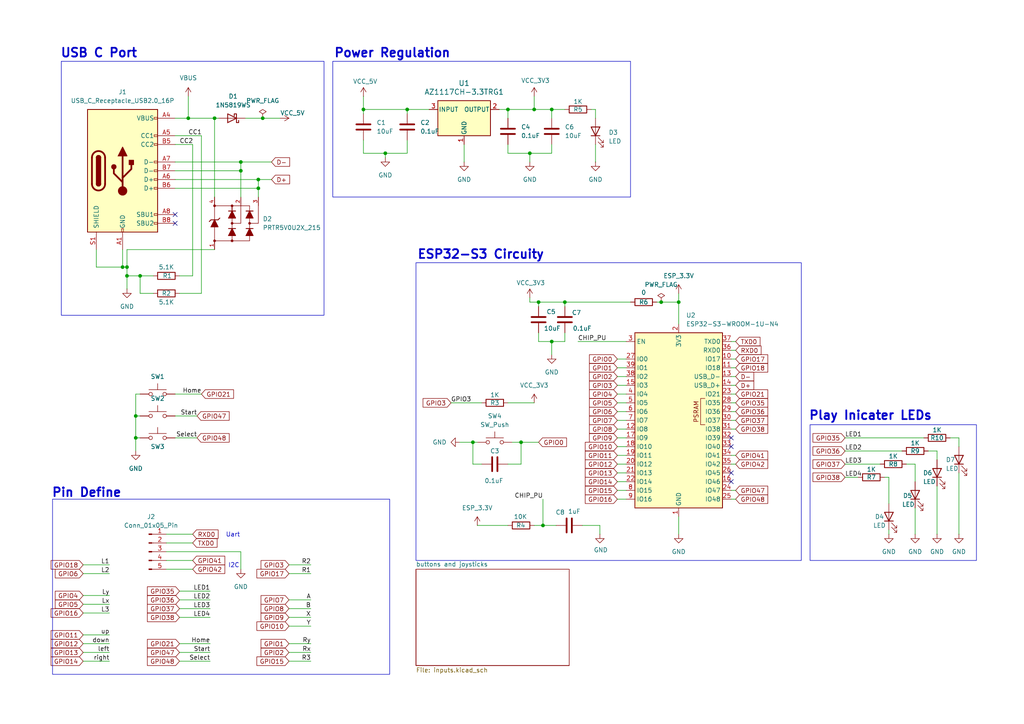
<source format=kicad_sch>
(kicad_sch (version 20250114) (generator "eeschema") (generator_version "9.0")
  (paper "A4")
  (lib_symbols
    (symbol "12402012E212A:USB_C_Receptacle_USB2.0_16P" (pin_names (offset 1.016))
      (property "Reference" "J" (at 0 22.225 0))
      (property "Value" "USB_C_Receptacle_USB2.0_16P" (at 0 19.685 0))
      (symbol "USB_C_Receptacle_USB2.0_16P_1_1"
        (pin passive line (at -7.62 -22.86 90) (length 5.08) (name "SHIELD") (number "S1"))
        (pin passive line (at 0 -22.86 90) (length 5.08) (name "GND") (number "A1"))
        (pin passive line (at 0 -22.86 90) (length 5.08) (hide yes) (name "GND") (number "A12"))
        (pin passive line (at 0 -22.86 90) (length 5.08) (hide yes) (name "GND") (number "B1"))
        (pin passive line (at 0 -22.86 90) (length 5.08) (hide yes) (name "GND") (number "B12"))
        (pin power_out line (at 15.24 15.24 180) (length 5.08) (name "VBUS") (number "A4"))
        (pin power_out line (at 15.24 15.24 180) (length 5.08) (hide yes) (name "VBUS") (number "A9"))
        (pin power_out line (at 15.24 15.24 180) (length 5.08) (hide yes) (name "VBUS") (number "B4"))
        (pin power_out line (at 15.24 15.24 180) (length 5.08) (hide yes) (name "VBUS") (number "B9"))
        (pin bidirectional line (at 15.24 10.16 180) (length 5.08) (name "CC1") (number "A5"))
        (pin bidirectional line (at 15.24 7.62 180) (length 5.08) (name "CC2") (number "B5"))
        (pin bidirectional line (at 15.24 2.54 180) (length 5.08) (name "D-") (number "A7"))
        (pin bidirectional line (at 15.24 0 180) (length 5.08) (name "D-") (number "B7"))
        (pin bidirectional line (at 15.24 -2.54 180) (length 5.08) (name "D+") (number "A6"))
        (pin bidirectional line (at 15.24 -5.08 180) (length 5.08) (name "D+") (number "B6"))
        (pin bidirectional line (at 15.24 -12.7 180) (length 5.08) (name "SBU1") (number "A8"))
        (pin bidirectional line (at 15.24 -15.24 180) (length 5.08) (name "SBU2") (number "B8"))
      )
    )
    (symbol "AZ1117CH_3_3TRG1:AZ1117CH-3.3TRG1" (pin_names (offset 0.254))
      (property "Reference" "U" (at 0 11.43 0))
      (property "Value" "AZ1117CH-3.3TRG1" (at 0 8.89 0))
      (symbol "AZ1117CH-3.3TRG1_1_1"
        (pin input line (at -10.16 2.54 0) (length 2.54) (name "INPUT") (number "3"))
        (pin no_connect line (at -3.81 -7.62 90) (length 2.54) (hide yes) (name "EPAD") (number "4"))
        (pin power_out line (at 0 -7.62 90) (length 2.54) (name "GND") (number "1"))
        (pin output line (at 10.16 2.54 180) (length 2.54) (name "OUTPUT") (number "2"))
      )
    )
    (symbol "Connector:Conn_01x05_Pin" (pin_names (offset 1.016) (hide yes))
      (property "Reference" "J" (at 0 7.62 0))
      (property "Value" "Conn_01x05_Pin" (at 0 -7.62 0))
      (symbol "Conn_01x05_Pin_1_1"
        (pin passive line (at 5.08 5.08 180) (length 3.81) (name "Pin_1") (number "1"))
        (pin passive line (at 5.08 2.54 180) (length 3.81) (name "Pin_2") (number "2"))
        (pin passive line (at 5.08 0 180) (length 3.81) (name "Pin_3") (number "3"))
        (pin passive line (at 5.08 -2.54 180) (length 3.81) (name "Pin_4") (number "4"))
        (pin passive line (at 5.08 -5.08 180) (length 3.81) (name "Pin_5") (number "5"))
      )
    )
    (symbol "Device:C" (pin_numbers (hide yes)) (pin_names (offset 0.254))
      (property "Reference" "C" (at 0.635 2.54 0))
      (property "Value" "C" (at 0.635 -2.54 0))
      (symbol "C_1_1"
        (pin passive line (at 0 3.81 270) (length 2.794) (name "~") (number "1"))
        (pin passive line (at 0 -3.81 90) (length 2.794) (name "~") (number "2"))
      )
    )
    (symbol "Device:LED" (pin_numbers (hide yes)) (pin_names (offset 1.016) (hide yes))
      (property "Reference" "D" (at 0 2.54 0))
      (property "Value" "LED" (at 0 -2.54 0))
      (symbol "LED_1_1"
        (pin passive line (at -3.81 0 0) (length 2.54) (name "K") (number "1"))
        (pin passive line (at 3.81 0 180) (length 2.54) (name "A") (number "2"))
      )
    )
    (symbol "Device:R" (pin_numbers (hide yes)) (pin_names (offset 0))
      (property "Reference" "R" (at 2.032 0 90))
      (property "Value" "R" (at 0 0 90))
      (symbol "R_1_1"
        (pin passive line (at 0 3.81 270) (length 1.27) (name "~") (number "1"))
        (pin passive line (at 0 -3.81 90) (length 1.27) (name "~") (number "2"))
      )
    )
    (symbol "Diode:1N5819WS" (pin_numbers (hide yes)) (pin_names (offset 1.016) (hide yes))
      (property "Reference" "D" (at 0 2.54 0))
      (property "Value" "1N5819WS" (at 0 -2.54 0))
      (symbol "1N5819WS_1_1"
        (pin passive line (at -3.81 0 0) (length 2.54) (name "K") (number "1"))
        (pin passive line (at 3.81 0 180) (length 2.54) (name "A") (number "2"))
      )
    )
    (symbol "Library:ESP32-S3-WROOM-1"
      (property "Reference" "U" (at -12.7 26.67 0))
      (property "Value" "ESP32-S3-WROOM-1" (at 12.7 26.67 0))
      (symbol "ESP32-S3-WROOM-1_0_0"
        (text "PSRAM" (at 5.08 2.54 900) (effects (font (size 1.27 1.27))))
      )
      (symbol "ESP32-S3-WROOM-1_1_1"
        (pin input line (at -15.24 22.86 0) (length 2.54) (name "EN") (number "3"))
        (pin bidirectional line (at -15.24 17.78 0) (length 2.54) (name "IO0") (number "27"))
        (pin bidirectional line (at -15.24 15.24 0) (length 2.54) (name "IO1") (number "39"))
        (pin bidirectional line (at -15.24 12.7 0) (length 2.54) (name "IO2") (number "38"))
        (pin bidirectional line (at -15.24 10.16 0) (length 2.54) (name "IO3") (number "15"))
        (pin bidirectional line (at -15.24 7.62 0) (length 2.54) (name "IO4") (number "4"))
        (pin bidirectional line (at -15.24 5.08 0) (length 2.54) (name "IO5") (number "5"))
        (pin bidirectional line (at -15.24 2.54 0) (length 2.54) (name "IO6") (number "6"))
        (pin bidirectional line (at -15.24 0 0) (length 2.54) (name "IO7") (number "7"))
        (pin bidirectional line (at -15.24 -2.54 0) (length 2.54) (name "IO8") (number "12"))
        (pin bidirectional line (at -15.24 -5.08 0) (length 2.54) (name "IO9") (number "17"))
        (pin bidirectional line (at -15.24 -7.62 0) (length 2.54) (name "IO10") (number "18"))
        (pin bidirectional line (at -15.24 -10.16 0) (length 2.54) (name "IO11") (number "19"))
        (pin bidirectional line (at -15.24 -12.7 0) (length 2.54) (name "IO12") (number "20"))
        (pin bidirectional line (at -15.24 -15.24 0) (length 2.54) (name "IO13") (number "21"))
        (pin bidirectional line (at -15.24 -17.78 0) (length 2.54) (name "IO14") (number "22"))
        (pin bidirectional line (at -15.24 -20.32 0) (length 2.54) (name "IO15") (number "8"))
        (pin bidirectional line (at -15.24 -22.86 0) (length 2.54) (name "IO16") (number "9"))
        (pin power_in line (at 0 27.94 270) (length 2.54) (name "3V3") (number "2"))
        (pin power_in line (at 0 -27.94 90) (length 2.54) (name "GND") (number "1"))
        (pin passive line (at 0 -27.94 90) (length 2.54) (hide yes) (name "GND") (number "40"))
        (pin passive line (at 0 -27.94 90) (length 2.54) (hide yes) (name "GND") (number "41"))
        (pin bidirectional line (at 15.24 22.86 180) (length 2.54) (name "TXD0") (number "37"))
        (pin bidirectional line (at 15.24 20.32 180) (length 2.54) (name "RXD0") (number "36"))
        (pin bidirectional line (at 15.24 17.78 180) (length 2.54) (name "IO17") (number "10"))
        (pin bidirectional line (at 15.24 15.24 180) (length 2.54) (name "IO18") (number "11"))
        (pin bidirectional line (at 15.24 12.7 180) (length 2.54) (name "USB_D-") (number "13"))
        (pin bidirectional line (at 15.24 10.16 180) (length 2.54) (name "USB_D+") (number "14"))
        (pin bidirectional line (at 15.24 7.62 180) (length 2.54) (name "IO21") (number "23"))
        (pin bidirectional line (at 15.24 5.08 180) (length 2.54) (name "IO35") (number "28"))
        (pin bidirectional line (at 15.24 2.54 180) (length 2.54) (name "IO36") (number "29"))
        (pin bidirectional line (at 15.24 0 180) (length 2.54) (name "IO37") (number "30"))
        (pin bidirectional line (at 15.24 -2.54 180) (length 2.54) (name "IO38") (number "31"))
        (pin bidirectional line (at 15.24 -5.08 180) (length 2.54) (name "IO39") (number "32"))
        (pin bidirectional line (at 15.24 -7.62 180) (length 2.54) (name "IO40") (number "33"))
        (pin bidirectional line (at 15.24 -10.16 180) (length 2.54) (name "IO41") (number "34"))
        (pin bidirectional line (at 15.24 -12.7 180) (length 2.54) (name "IO42") (number "35"))
        (pin bidirectional line (at 15.24 -15.24 180) (length 2.54) (name "IO45") (number "26"))
        (pin bidirectional line (at 15.24 -17.78 180) (length 2.54) (name "IO46") (number "16"))
        (pin bidirectional line (at 15.24 -20.32 180) (length 2.54) (name "IO47") (number "24"))
        (pin bidirectional line (at 15.24 -22.86 180) (length 2.54) (name "IO48") (number "25"))
      )
    )
    (symbol "PRTR5V0U2X_215:PRTR5V0U2X_215" (pin_names (offset 1.016))
      (property "Reference" "D" (at -2.5474 -7.5404 0))
      (property "Value" "PRTR5V0U2X_215" (at -2.543 -10.3245 0))
      (symbol "PRTR5V0U2X_215_0_0"
        (pin passive line (at -5.08 7.62 270) (length 2.54) (name "~") (number "4"))
        (pin passive line (at -5.08 -7.62 90) (length 2.54) (name "~") (number "1"))
        (pin passive line (at 2.54 7.62 270) (length 2.54) (name "~") (number "2"))
        (pin passive line (at 7.62 7.62 270) (length 2.54) (name "~") (number "3"))
      )
    )
    (symbol "Switch:SW_Push" (pin_numbers (hide yes)) (pin_names (offset 1.016) (hide yes))
      (property "Reference" "SW" (at 1.27 2.54 0))
      (property "Value" "SW_Push" (at 0 -1.524 0))
      (symbol "SW_Push_0_1"
        (pin passive line (at -5.08 0 0) (length 2.54) (name "1") (number "1"))
        (pin passive line (at 5.08 0 180) (length 2.54) (name "2") (number "2"))
      )
    )
    (symbol "power:+3.3V" (power) (pin_numbers (hide yes)) (pin_names (offset 0) (hide yes))
      (property "Value" "+3.3V" (at 0 3.556 0))
      (symbol "+3.3V_1_1"
        (pin power_in line (at 0 0 90) (length 0) (name "~") (number "1"))
      )
    )
    (symbol "power:+3V3" (power) (pin_numbers (hide yes)) (pin_names (offset 0) (hide yes))
      (property "Value" "+3V3" (at 0 3.556 0))
      (symbol "+3V3_1_1"
        (pin power_in line (at 0 0 90) (length 0) (name "~") (number "1"))
      )
    )
    (symbol "power:+5V" (power) (pin_numbers (hide yes)) (pin_names (offset 0) (hide yes))
      (property "Value" "+5V" (at 0 3.556 0))
      (symbol "+5V_1_1"
        (pin power_in line (at 0 0 90) (length 0) (name "~") (number "1"))
      )
    )
    (symbol "power:GND" (power) (pin_numbers (hide yes)) (pin_names (offset 0) (hide yes))
      (property "Value" "GND" (at 0 -3.81 0))
      (symbol "GND_1_1"
        (pin power_in line (at 0 0 270) (length 0) (name "~") (number "1"))
      )
    )
    (symbol "power:PWR_FLAG" (power) (pin_numbers (hide yes)) (pin_names (offset 0) (hide yes))
      (property "Value" "PWR_FLAG" (at 0 3.81 0))
      (symbol "PWR_FLAG_0_0"
        (pin power_out line (at 0 0 90) (length 0) (name "~") (number "1"))
      )
    )
    (symbol "power:VBUS" (power) (pin_numbers (hide yes)) (pin_names (offset 0) (hide yes))
      (property "Value" "VBUS" (at 0 3.556 0))
      (symbol "VBUS_1_1"
        (pin power_in line (at 0 0 90) (length 0) (name "~") (number "1"))
      )
    )
  )
  (rectangle (start 120.65 76.2) (end 232.41 162.56))
  (rectangle (start 96.52 17.78) (end 182.88 57.15))
  (rectangle (start 15.24 144.78) (end 113.03 195.58))
  (rectangle (start 234.95 123.19) (end 283.21 162.56))
  (rectangle (start 17.78 17.78) (end 93.98 91.44))
  (text "Pin Define\n" (at 25.146 143.002 0) (effects (font (size 2.54 2.54) (thickness 0.508) (bold yes))))
  (text "Power Regulation\n" (at 113.792 15.494 0) (effects (font (size 2.54 2.54) (thickness 0.508) (bold yes))))
  (text "I2C\n" (at 67.818 164.084 0) (effects (font (size 1.27 1.27))))
  (text "Play Inicater LEDs" (at 252.476 120.65 0) (effects (font (size 2.54 2.54) (thickness 0.508) (bold yes))))
  (text "Uart\n" (at 67.564 155.194 0) (effects (font (size 1.27 1.27))))
  (text "ESP32-S3 Circuity" (at 139.446 73.914 0) (effects (font (size 2.54 2.54) (thickness 0.508) (bold yes))))
  (text "USB C Port" (at 28.702 15.494 0) (effects (font (size 2.54 2.54) (thickness 0.508) (bold yes))))
  (junction (at 69.85 46.99))
  (junction (at 137.16 128.27))
  (junction (at 35.56 77.47))
  (junction (at 105.41 31.75))
  (junction (at 62.23 34.29))
  (junction (at 147.32 31.75))
  (junction (at 163.83 87.63))
  (junction (at 40.64 80.01))
  (junction (at 153.67 44.45))
  (junction (at 76.2 34.29))
  (junction (at 118.11 31.75))
  (junction (at 54.61 34.29))
  (junction (at 160.02 31.75))
  (junction (at 157.48 152.4))
  (junction (at 111.76 44.45))
  (junction (at 196.85 87.63))
  (junction (at 69.85 49.53))
  (junction (at 160.02 99.06))
  (junction (at 74.93 52.07))
  (junction (at 154.94 31.75))
  (junction (at 151.13 128.27))
  (junction (at 74.93 54.61))
  (junction (at 36.83 80.01))
  (junction (at 191.77 87.63))
  (junction (at 39.37 127))
  (junction (at 36.83 77.47))
  (junction (at 39.37 120.65))
  (junction (at 156.21 87.63))
  (no_connect (at 212.09 127))
  (no_connect (at 212.09 139.7))
  (no_connect (at 212.09 129.54))
  (no_connect (at 212.09 137.16))
  (no_connect (at 50.8 64.77))
  (no_connect (at 50.8 62.23))
  (wire (pts (xy 52.07 176.53) (xy 60.96 176.53)))
  (wire (pts (xy 24.13 175.26) (xy 31.75 175.26)))
  (wire (pts (xy 36.83 80.01) (xy 40.64 80.01)))
  (wire (pts (xy 213.36 144.78) (xy 212.09 144.78)))
  (wire (pts (xy 213.36 119.38) (xy 212.09 119.38)))
  (wire (pts (xy 83.82 163.83) (xy 90.17 163.83)))
  (wire (pts (xy 50.8 127) (xy 57.15 127)))
  (wire (pts (xy 265.43 147.32) (xy 265.43 154.94)))
  (wire (pts (xy 36.83 80.01) (xy 36.83 77.47)))
  (wire (pts (xy 58.42 39.37) (xy 58.42 85.09)))
  (wire (pts (xy 54.61 27.94) (xy 54.61 34.29)))
  (wire (pts (xy 245.11 138.43) (xy 248.92 138.43)))
  (wire (pts (xy 39.37 120.65) (xy 40.64 120.65)))
  (wire (pts (xy 213.36 121.92) (xy 212.09 121.92)))
  (wire (pts (xy 213.36 101.6) (xy 212.09 101.6)))
  (wire (pts (xy 118.11 44.45) (xy 111.76 44.45)))
  (wire (pts (xy 179.07 116.84) (xy 181.61 116.84)))
  (wire (pts (xy 118.11 33.02) (xy 118.11 31.75)))
  (wire (pts (xy 78.74 46.99) (xy 69.85 46.99)))
  (wire (pts (xy 179.07 124.46) (xy 181.61 124.46)))
  (wire (pts (xy 74.93 52.07) (xy 74.93 54.61)))
  (wire (pts (xy 83.82 181.61) (xy 90.17 181.61)))
  (wire (pts (xy 62.23 34.29) (xy 63.5 34.29)))
  (wire (pts (xy 151.13 128.27) (xy 156.21 128.27)))
  (wire (pts (xy 265.43 134.62) (xy 265.43 139.7)))
  (wire (pts (xy 147.32 116.84) (xy 154.94 116.84)))
  (wire (pts (xy 156.21 87.63) (xy 156.21 88.9)))
  (wire (pts (xy 179.07 137.16) (xy 181.61 137.16)))
  (wire (pts (xy 69.85 165.1) (xy 69.85 160.02)))
  (wire (pts (xy 118.11 40.64) (xy 118.11 44.45)))
  (wire (pts (xy 147.32 44.45) (xy 153.67 44.45)))
  (wire (pts (xy 24.13 184.15) (xy 31.75 184.15)))
  (wire (pts (xy 172.72 31.75) (xy 171.45 31.75)))
  (wire (pts (xy 172.72 41.91) (xy 172.72 46.99)))
  (wire (pts (xy 39.37 114.3) (xy 40.64 114.3)))
  (wire (pts (xy 118.11 31.75) (xy 124.46 31.75)))
  (wire (pts (xy 52.07 191.77) (xy 60.96 191.77)))
  (wire (pts (xy 153.67 44.45) (xy 153.67 46.99)))
  (wire (pts (xy 134.62 41.91) (xy 134.62 46.99)))
  (wire (pts (xy 105.41 31.75) (xy 118.11 31.75)))
  (wire (pts (xy 163.83 87.63) (xy 182.88 87.63)))
  (wire (pts (xy 271.78 130.81) (xy 271.78 133.35)))
  (wire (pts (xy 105.41 27.94) (xy 105.41 31.75)))
  (wire (pts (xy 179.07 144.78) (xy 181.61 144.78)))
  (wire (pts (xy 24.13 166.37) (xy 31.75 166.37)))
  (wire (pts (xy 138.43 152.4) (xy 147.32 152.4)))
  (wire (pts (xy 179.07 111.76) (xy 181.61 111.76)))
  (wire (pts (xy 245.11 127) (xy 267.97 127)))
  (wire (pts (xy 69.85 46.99) (xy 69.85 49.53)))
  (wire (pts (xy 157.48 152.4) (xy 161.29 152.4)))
  (wire (pts (xy 278.13 127) (xy 278.13 129.54)))
  (wire (pts (xy 196.85 93.98) (xy 196.85 87.63)))
  (wire (pts (xy 154.94 152.4) (xy 157.48 152.4)))
  (wire (pts (xy 54.61 34.29) (xy 62.23 34.29)))
  (wire (pts (xy 257.81 138.43) (xy 256.54 138.43)))
  (wire (pts (xy 156.21 96.52) (xy 156.21 99.06)))
  (wire (pts (xy 271.78 140.97) (xy 271.78 154.94)))
  (wire (pts (xy 173.99 154.94) (xy 173.99 152.4)))
  (wire (pts (xy 40.64 85.09) (xy 40.64 80.01)))
  (wire (pts (xy 39.37 120.65) (xy 39.37 127)))
  (wire (pts (xy 111.76 44.45) (xy 111.76 45.72)))
  (wire (pts (xy 179.07 127) (xy 181.61 127)))
  (wire (pts (xy 213.36 132.08) (xy 212.09 132.08)))
  (wire (pts (xy 24.13 177.8) (xy 31.75 177.8)))
  (wire (pts (xy 163.83 96.52) (xy 163.83 99.06)))
  (wire (pts (xy 111.76 44.45) (xy 105.41 44.45)))
  (wire (pts (xy 40.64 80.01) (xy 44.45 80.01)))
  (wire (pts (xy 24.13 191.77) (xy 31.75 191.77)))
  (wire (pts (xy 153.67 44.45) (xy 160.02 44.45)))
  (wire (pts (xy 78.74 52.07) (xy 74.93 52.07)))
  (wire (pts (xy 213.36 109.22) (xy 212.09 109.22)))
  (wire (pts (xy 24.13 186.69) (xy 31.75 186.69)))
  (wire (pts (xy 191.77 87.63) (xy 196.85 87.63)))
  (wire (pts (xy 139.7 134.62) (xy 137.16 134.62)))
  (wire (pts (xy 213.36 99.06) (xy 212.09 99.06)))
  (wire (pts (xy 83.82 189.23) (xy 90.17 189.23)))
  (wire (pts (xy 48.26 165.1) (xy 55.88 165.1)))
  (wire (pts (xy 257.81 138.43) (xy 257.81 146.05)))
  (wire (pts (xy 27.94 72.39) (xy 27.94 77.47)))
  (wire (pts (xy 74.93 54.61) (xy 74.93 57.15)))
  (wire (pts (xy 130.81 116.84) (xy 139.7 116.84)))
  (wire (pts (xy 55.88 80.01) (xy 52.07 80.01)))
  (wire (pts (xy 83.82 173.99) (xy 90.17 173.99)))
  (wire (pts (xy 83.82 176.53) (xy 90.17 176.53)))
  (wire (pts (xy 167.64 99.06) (xy 181.61 99.06)))
  (wire (pts (xy 179.07 114.3) (xy 181.61 114.3)))
  (wire (pts (xy 190.5 87.63) (xy 191.77 87.63)))
  (wire (pts (xy 196.85 149.86) (xy 196.85 154.94)))
  (wire (pts (xy 50.8 114.3) (xy 58.42 114.3)))
  (wire (pts (xy 163.83 87.63) (xy 163.83 88.9)))
  (wire (pts (xy 213.36 134.62) (xy 212.09 134.62)))
  (wire (pts (xy 105.41 40.64) (xy 105.41 44.45)))
  (wire (pts (xy 271.78 130.81) (xy 269.24 130.81)))
  (wire (pts (xy 179.07 121.92) (xy 181.61 121.92)))
  (wire (pts (xy 48.26 162.56) (xy 55.88 162.56)))
  (wire (pts (xy 213.36 124.46) (xy 212.09 124.46)))
  (wire (pts (xy 156.21 87.63) (xy 163.83 87.63)))
  (wire (pts (xy 213.36 116.84) (xy 212.09 116.84)))
  (wire (pts (xy 44.45 85.09) (xy 40.64 85.09)))
  (wire (pts (xy 179.07 104.14) (xy 181.61 104.14)))
  (wire (pts (xy 151.13 128.27) (xy 148.59 128.27)))
  (wire (pts (xy 36.83 83.82) (xy 36.83 80.01)))
  (wire (pts (xy 69.85 160.02) (xy 48.26 160.02)))
  (wire (pts (xy 278.13 137.16) (xy 278.13 154.94)))
  (wire (pts (xy 24.13 172.72) (xy 31.75 172.72)))
  (wire (pts (xy 160.02 31.75) (xy 160.02 34.29)))
  (wire (pts (xy 50.8 41.91) (xy 55.88 41.91)))
  (wire (pts (xy 160.02 41.91) (xy 160.02 44.45)))
  (wire (pts (xy 69.85 49.53) (xy 69.85 57.15)))
  (wire (pts (xy 69.85 46.99) (xy 50.8 46.99)))
  (wire (pts (xy 179.07 134.62) (xy 181.61 134.62)))
  (wire (pts (xy 257.81 153.67) (xy 257.81 154.94)))
  (wire (pts (xy 179.07 109.22) (xy 181.61 109.22)))
  (wire (pts (xy 62.23 34.29) (xy 62.23 57.15)))
  (wire (pts (xy 153.67 86.36) (xy 153.67 87.63)))
  (wire (pts (xy 160.02 31.75) (xy 163.83 31.75)))
  (wire (pts (xy 83.82 179.07) (xy 90.17 179.07)))
  (wire (pts (xy 35.56 77.47) (xy 36.83 77.47)))
  (wire (pts (xy 179.07 119.38) (xy 181.61 119.38)))
  (wire (pts (xy 213.36 142.24) (xy 212.09 142.24)))
  (wire (pts (xy 39.37 127) (xy 40.64 127)))
  (wire (pts (xy 36.83 72.39) (xy 62.23 72.39)))
  (wire (pts (xy 52.07 189.23) (xy 60.96 189.23)))
  (wire (pts (xy 147.32 31.75) (xy 154.94 31.75)))
  (wire (pts (xy 179.07 129.54) (xy 181.61 129.54)))
  (wire (pts (xy 213.36 104.14) (xy 212.09 104.14)))
  (wire (pts (xy 39.37 120.65) (xy 39.37 114.3)))
  (wire (pts (xy 179.07 132.08) (xy 181.61 132.08)))
  (wire (pts (xy 154.94 27.94) (xy 154.94 31.75)))
  (wire (pts (xy 151.13 134.62) (xy 151.13 128.27)))
  (wire (pts (xy 179.07 139.7) (xy 181.61 139.7)))
  (wire (pts (xy 147.32 41.91) (xy 147.32 44.45)))
  (wire (pts (xy 83.82 191.77) (xy 90.17 191.77)))
  (wire (pts (xy 160.02 99.06) (xy 163.83 99.06)))
  (wire (pts (xy 172.72 31.75) (xy 172.72 34.29)))
  (wire (pts (xy 57.15 120.65) (xy 50.8 120.65)))
  (wire (pts (xy 48.26 154.94) (xy 55.88 154.94)))
  (wire (pts (xy 105.41 33.02) (xy 105.41 31.75)))
  (wire (pts (xy 50.8 54.61) (xy 74.93 54.61)))
  (wire (pts (xy 48.26 157.48) (xy 55.88 157.48)))
  (wire (pts (xy 24.13 189.23) (xy 31.75 189.23)))
  (wire (pts (xy 39.37 127) (xy 39.37 130.81)))
  (wire (pts (xy 213.36 111.76) (xy 212.09 111.76)))
  (wire (pts (xy 245.11 134.62) (xy 255.27 134.62)))
  (wire (pts (xy 27.94 77.47) (xy 35.56 77.47)))
  (wire (pts (xy 76.2 34.29) (xy 81.28 34.29)))
  (wire (pts (xy 137.16 128.27) (xy 138.43 128.27)))
  (wire (pts (xy 58.42 85.09) (xy 52.07 85.09)))
  (wire (pts (xy 213.36 114.3) (xy 212.09 114.3)))
  (wire (pts (xy 50.8 49.53) (xy 69.85 49.53)))
  (wire (pts (xy 179.07 142.24) (xy 181.61 142.24)))
  (wire (pts (xy 50.8 39.37) (xy 58.42 39.37)))
  (wire (pts (xy 265.43 134.62) (xy 262.89 134.62)))
  (wire (pts (xy 83.82 166.37) (xy 90.17 166.37)))
  (wire (pts (xy 36.83 72.39) (xy 36.83 77.47)))
  (wire (pts (xy 278.13 127) (xy 275.59 127)))
  (wire (pts (xy 179.07 106.68) (xy 181.61 106.68)))
  (wire (pts (xy 196.85 85.09) (xy 196.85 87.63)))
  (wire (pts (xy 133.35 128.27) (xy 137.16 128.27)))
  (wire (pts (xy 71.12 34.29) (xy 76.2 34.29)))
  (wire (pts (xy 52.07 179.07) (xy 60.96 179.07)))
  (wire (pts (xy 83.82 186.69) (xy 90.17 186.69)))
  (wire (pts (xy 153.67 87.63) (xy 156.21 87.63)))
  (wire (pts (xy 157.48 152.4) (xy 157.48 144.78)))
  (wire (pts (xy 173.99 152.4) (xy 168.91 152.4)))
  (wire (pts (xy 160.02 99.06) (xy 160.02 102.87)))
  (wire (pts (xy 156.21 99.06) (xy 160.02 99.06)))
  (wire (pts (xy 213.36 106.68) (xy 212.09 106.68)))
  (wire (pts (xy 55.88 41.91) (xy 55.88 80.01)))
  (wire (pts (xy 52.07 186.69) (xy 60.96 186.69)))
  (wire (pts (xy 147.32 134.62) (xy 151.13 134.62)))
  (wire (pts (xy 144.78 31.75) (xy 147.32 31.75)))
  (wire (pts (xy 24.13 163.83) (xy 31.75 163.83)))
  (wire (pts (xy 50.8 34.29) (xy 54.61 34.29)))
  (wire (pts (xy 154.94 31.75) (xy 160.02 31.75)))
  (wire (pts (xy 245.11 130.81) (xy 261.62 130.81)))
  (wire (pts (xy 52.07 171.45) (xy 60.96 171.45)))
  (wire (pts (xy 137.16 128.27) (xy 137.16 134.62)))
  (wire (pts (xy 147.32 31.75) (xy 147.32 34.29)))
  (wire (pts (xy 52.07 173.99) (xy 60.96 173.99)))
  (wire (pts (xy 50.8 52.07) (xy 74.93 52.07)))
  (wire (pts (xy 35.56 72.39) (xy 35.56 77.47)))
  (label "Ry" (at 90.17 186.69 180))
  (label "R3" (at 90.17 191.77 180))
  (label "CC1" (at 54.61 39.37 0))
  (label "left" (at 31.75 189.23 180))
  (label "Rx" (at 90.17 189.23 180))
  (label "LED1" (at 60.96 171.45 180))
  (label "Lx" (at 31.75 175.26 180))
  (label "LED2" (at 60.96 173.99 180))
  (label "LED4" (at 60.96 179.07 180))
  (label "Select" (at 60.96 191.77 180))
  (label "LED4" (at 245.11 138.43 0))
  (label "Home" (at 58.42 114.3 180))
  (label "CHIP_PU" (at 167.64 99.06 0))
  (label "right" (at 31.75 191.77 180))
  (label "LED3" (at 245.11 134.62 0))
  (label "LED1" (at 245.11 127 0))
  (label "CC2" (at 52.07 41.91 0))
  (label "Y" (at 90.17 181.61 180))
  (label "down" (at 31.75 186.69 180))
  (label "L3" (at 31.75 177.8 180))
  (label "GPIO3" (at 130.81 116.84 0))
  (label "R1" (at 90.17 166.37 180))
  (label "Start" (at 57.15 120.65 180))
  (label "Home" (at 60.96 186.69 180))
  (label "X" (at 90.17 179.07 180))
  (label "up" (at 31.75 184.15 180))
  (label "Start" (at 60.96 189.23 180))
  (label "A" (at 90.17 173.99 180))
  (label "L2" (at 31.75 166.37 180))
  (label "R2" (at 90.17 163.83 180))
  (label "Select" (at 57.15 127 180))
  (label "Ly" (at 31.75 172.72 180))
  (label "B" (at 90.17 176.53 180))
  (label "L1" (at 31.75 163.83 180))
  (label "LED2" (at 245.11 130.81 0))
  (label "LED3" (at 60.96 176.53 180))
  (label "CHIP_PU" (at 157.48 144.78 180))
  (global_label "GPIO9" (shape input) (at 179.07 127 180) (property "Intersheetrefs" "${INTERSHEET_REFS}" (effects (hide yes))))
  (global_label "GPIO13" (shape input) (at 179.07 137.16 180) (property "Intersheetrefs" "${INTERSHEET_REFS}" (effects (hide yes))))
  (global_label "D-" (shape input) (at 213.36 109.22 0) (property "Intersheetrefs" "${INTERSHEET_REFS}" (effects (hide yes))))
  (global_label "GPIO21" (shape input) (at 213.36 114.3 0) (property "Intersheetrefs" "${INTERSHEET_REFS}" (effects (hide yes))))
  (global_label "GPIO42" (shape input) (at 213.36 134.62 0) (property "Intersheetrefs" "${INTERSHEET_REFS}" (effects (hide yes))))
  (global_label "GPIO8" (shape input) (at 83.82 176.53 180) (property "Intersheetrefs" "${INTERSHEET_REFS}" (effects (hide yes))))
  (global_label "GPIO7" (shape input) (at 83.82 173.99 180) (property "Intersheetrefs" "${INTERSHEET_REFS}" (effects (hide yes))))
  (global_label "GPIO9" (shape input) (at 83.82 179.07 180) (property "Intersheetrefs" "${INTERSHEET_REFS}" (effects (hide yes))))
  (global_label "TXD0" (shape input) (at 55.88 157.48 0) (property "Intersheetrefs" "${INTERSHEET_REFS}" (effects (hide yes))))
  (global_label "GPIO38" (shape input) (at 245.11 138.43 180) (property "Intersheetrefs" "${INTERSHEET_REFS}" (effects (hide yes))))
  (global_label "GPIO8" (shape input) (at 179.07 124.46 180) (property "Intersheetrefs" "${INTERSHEET_REFS}" (effects (hide yes))))
  (global_label "GPIO3" (shape input) (at 83.82 163.83 180) (property "Intersheetrefs" "${INTERSHEET_REFS}" (effects (hide yes))))
  (global_label "RXD0" (shape input) (at 55.88 154.94 0) (property "Intersheetrefs" "${INTERSHEET_REFS}" (effects (hide yes))))
  (global_label "D+" (shape input) (at 78.74 52.07 0) (property "Intersheetrefs" "${INTERSHEET_REFS}" (effects (hide yes))))
  (global_label "GPIO38" (shape input) (at 213.36 124.46 0) (property "Intersheetrefs" "${INTERSHEET_REFS}" (effects (hide yes))))
  (global_label "GPIO10" (shape input) (at 179.07 129.54 180) (property "Intersheetrefs" "${INTERSHEET_REFS}" (effects (hide yes))))
  (global_label "GPIO12" (shape input) (at 179.07 134.62 180) (property "Intersheetrefs" "${INTERSHEET_REFS}" (effects (hide yes))))
  (global_label "GPIO48" (shape input) (at 52.07 191.77 180) (property "Intersheetrefs" "${INTERSHEET_REFS}" (effects (hide yes))))
  (global_label "GPIO7" (shape input) (at 179.07 121.92 180) (property "Intersheetrefs" "${INTERSHEET_REFS}" (effects (hide yes))))
  (global_label "GPIO6" (shape input) (at 24.13 166.37 180) (property "Intersheetrefs" "${INTERSHEET_REFS}" (effects (hide yes))))
  (global_label "GPIO36" (shape input) (at 213.36 119.38 0) (property "Intersheetrefs" "${INTERSHEET_REFS}" (effects (hide yes))))
  (global_label "GPIO12" (shape input) (at 24.13 186.69 180) (property "Intersheetrefs" "${INTERSHEET_REFS}" (effects (hide yes))))
  (global_label "GPIO1" (shape input) (at 179.07 106.68 180) (property "Intersheetrefs" "${INTERSHEET_REFS}" (effects (hide yes))))
  (global_label "GPIO13" (shape input) (at 24.13 189.23 180) (property "Intersheetrefs" "${INTERSHEET_REFS}" (effects (hide yes))))
  (global_label "GPIO21" (shape input) (at 52.07 186.69 180) (property "Intersheetrefs" "${INTERSHEET_REFS}" (effects (hide yes))))
  (global_label "GPIO0" (shape input) (at 156.21 128.27 0) (property "Intersheetrefs" "${INTERSHEET_REFS}" (effects (hide yes))))
  (global_label "GPIO2" (shape input) (at 179.07 109.22 180) (property "Intersheetrefs" "${INTERSHEET_REFS}" (effects (hide yes))))
  (global_label "GPIO48" (shape input) (at 57.15 127 0) (property "Intersheetrefs" "${INTERSHEET_REFS}" (effects (hide yes))))
  (global_label "GPIO35" (shape input) (at 245.11 127 180) (property "Intersheetrefs" "${INTERSHEET_REFS}" (effects (hide yes))))
  (global_label "GPIO5" (shape input) (at 24.13 175.26 180) (property "Intersheetrefs" "${INTERSHEET_REFS}" (effects (hide yes))))
  (global_label "GPIO17" (shape input) (at 213.36 104.14 0) (property "Intersheetrefs" "${INTERSHEET_REFS}" (effects (hide yes))))
  (global_label "GPIO21" (shape input) (at 58.42 114.3 0) (property "Intersheetrefs" "${INTERSHEET_REFS}" (effects (hide yes))))
  (global_label "GPIO17" (shape input) (at 83.82 166.37 180) (property "Intersheetrefs" "${INTERSHEET_REFS}" (effects (hide yes))))
  (global_label "TXD0" (shape input) (at 213.36 99.06 0) (property "Intersheetrefs" "${INTERSHEET_REFS}" (effects (hide yes))))
  (global_label "GPIO35" (shape input) (at 213.36 116.84 0) (property "Intersheetrefs" "${INTERSHEET_REFS}" (effects (hide yes))))
  (global_label "GPIO37" (shape input) (at 52.07 176.53 180) (property "Intersheetrefs" "${INTERSHEET_REFS}" (effects (hide yes))))
  (global_label "GPIO48" (shape input) (at 213.36 144.78 0) (property "Intersheetrefs" "${INTERSHEET_REFS}" (effects (hide yes))))
  (global_label "D-" (shape input) (at 78.74 46.99 0) (property "Intersheetrefs" "${INTERSHEET_REFS}" (effects (hide yes))))
  (global_label "GPIO41" (shape input) (at 213.36 132.08 0) (property "Intersheetrefs" "${INTERSHEET_REFS}" (effects (hide yes))))
  (global_label "GPIO0" (shape input) (at 179.07 104.14 180) (property "Intersheetrefs" "${INTERSHEET_REFS}" (effects (hide yes))))
  (global_label "GPIO16" (shape input) (at 24.13 177.8 180) (property "Intersheetrefs" "${INTERSHEET_REFS}" (effects (hide yes))))
  (global_label "GPIO47" (shape input) (at 57.15 120.65 0) (property "Intersheetrefs" "${INTERSHEET_REFS}" (effects (hide yes))))
  (global_label "GPIO3" (shape input) (at 179.07 111.76 180) (property "Intersheetrefs" "${INTERSHEET_REFS}" (effects (hide yes))))
  (global_label "GPIO37" (shape input) (at 213.36 121.92 0) (property "Intersheetrefs" "${INTERSHEET_REFS}" (effects (hide yes))))
  (global_label "GPIO3" (shape input) (at 130.81 116.84 180) (property "Intersheetrefs" "${INTERSHEET_REFS}" (effects (hide yes))))
  (global_label "GPIO36" (shape input) (at 52.07 173.99 180) (property "Intersheetrefs" "${INTERSHEET_REFS}" (effects (hide yes))))
  (global_label "GPIO11" (shape input) (at 179.07 132.08 180) (property "Intersheetrefs" "${INTERSHEET_REFS}" (effects (hide yes))))
  (global_label "GPIO35" (shape input) (at 52.07 171.45 180) (property "Intersheetrefs" "${INTERSHEET_REFS}" (effects (hide yes))))
  (global_label "GPIO1" (shape input) (at 83.82 186.69 180) (property "Intersheetrefs" "${INTERSHEET_REFS}" (effects (hide yes))))
  (global_label "GPIO14" (shape input) (at 179.07 139.7 180) (property "Intersheetrefs" "${INTERSHEET_REFS}" (effects (hide yes))))
  (global_label "GPIO37" (shape input) (at 245.11 134.62 180) (property "Intersheetrefs" "${INTERSHEET_REFS}" (effects (hide yes))))
  (global_label "GPIO41" (shape input) (at 55.88 162.56 0) (property "Intersheetrefs" "${INTERSHEET_REFS}" (effects (hide yes))))
  (global_label "GPIO15" (shape input) (at 83.82 191.77 180) (property "Intersheetrefs" "${INTERSHEET_REFS}" (effects (hide yes))))
  (global_label "GPIO14" (shape input) (at 24.13 191.77 180) (property "Intersheetrefs" "${INTERSHEET_REFS}" (effects (hide yes))))
  (global_label "GPIO36" (shape input) (at 245.11 130.81 180) (property "Intersheetrefs" "${INTERSHEET_REFS}" (effects (hide yes))))
  (global_label "GPIO5" (shape input) (at 179.07 116.84 180) (property "Intersheetrefs" "${INTERSHEET_REFS}" (effects (hide yes))))
  (global_label "GPIO4" (shape input) (at 24.13 172.72 180) (property "Intersheetrefs" "${INTERSHEET_REFS}" (effects (hide yes))))
  (global_label "GPIO18" (shape input) (at 213.36 106.68 0) (property "Intersheetrefs" "${INTERSHEET_REFS}" (effects (hide yes))))
  (global_label "GPIO4" (shape input) (at 179.07 114.3 180) (property "Intersheetrefs" "${INTERSHEET_REFS}" (effects (hide yes))))
  (global_label "GPIO15" (shape input) (at 179.07 142.24 180) (property "Intersheetrefs" "${INTERSHEET_REFS}" (effects (hide yes))))
  (global_label "GPIO42" (shape input) (at 55.88 165.1 0) (property "Intersheetrefs" "${INTERSHEET_REFS}" (effects (hide yes))))
  (global_label "GPIO18" (shape input) (at 24.13 163.83 180) (property "Intersheetrefs" "${INTERSHEET_REFS}" (effects (hide yes))))
  (global_label "RXD0" (shape input) (at 213.36 101.6 0) (property "Intersheetrefs" "${INTERSHEET_REFS}" (effects (hide yes))))
  (global_label "GPIO11" (shape input) (at 24.13 184.15 180) (property "Intersheetrefs" "${INTERSHEET_REFS}" (effects (hide yes))))
  (global_label "GPIO38" (shape input) (at 52.07 179.07 180) (property "Intersheetrefs" "${INTERSHEET_REFS}" (effects (hide yes))))
  (global_label "GPIO10" (shape input) (at 83.82 181.61 180) (property "Intersheetrefs" "${INTERSHEET_REFS}" (effects (hide yes))))
  (global_label "GPIO6" (shape input) (at 179.07 119.38 180) (property "Intersheetrefs" "${INTERSHEET_REFS}" (effects (hide yes))))
  (global_label "GPIO2" (shape input) (at 83.82 189.23 180) (property "Intersheetrefs" "${INTERSHEET_REFS}" (effects (hide yes))))
  (global_label "GPIO47" (shape input) (at 213.36 142.24 0) (property "Intersheetrefs" "${INTERSHEET_REFS}" (effects (hide yes))))
  (global_label "GPIO47" (shape input) (at 52.07 189.23 180) (property "Intersheetrefs" "${INTERSHEET_REFS}" (effects (hide yes))))
  (global_label "D+" (shape input) (at 213.36 111.76 0) (property "Intersheetrefs" "${INTERSHEET_REFS}" (effects (hide yes))))
  (global_label "GPIO16" (shape input) (at 179.07 144.78 180) (property "Intersheetrefs" "${INTERSHEET_REFS}" (effects (hide yes))))
  (symbol (lib_id "power:PWR_FLAG") (at 76.2 34.29 0) (unit 1)
    (property "Reference" "#FLG01" (effects (hide yes)))
    (property "Value" "PWR_FLAG" (at 76.2 29.21 0))
    (property "Description" "Special symbol for telling ERC where power comes from" (effects (hide yes)))
  )
  (symbol (lib_id "power:+3.3V") (at 138.43 152.4 0) (unit 1)
    (property "Reference" "#PWR010" (effects (hide yes)))
    (property "Value" "ESP_3.3V" (at 138.43 147.32 0))
    (property "Description" "Power symbol creates a global label with name \"+3.3V\"" (effects (hide yes)))
  )
  (symbol (lib_id "power:+3V3") (at 153.67 86.36 0) (unit 1)
    (property "Reference" "#PWR012" (effects (hide yes)))
    (property "Value" "VCC_3V3" (at 153.924 82.042 0))
    (property "Description" "Power symbol creates a global label with name \"+3V3\"" (effects (hide yes)))
  )
  (symbol (lib_id "power:GND") (at 153.67 46.99 0) (unit 1)
    (property "Reference" "#PWR011" (effects (hide yes)))
    (property "Value" "GND" (at 153.67 52.07 0))
    (property "Description" "Power symbol creates a global label with name \"GND\" , ground" (effects (hide yes)))
  )
  (symbol (lib_id "Diode:1N5819WS") (at 67.31 34.29 180) (unit 1)
    (property "Reference" "D1" (at 67.6275 27.94 0))
    (property "Value" "1N5819WS" (at 67.6275 30.48 0))
    (property "Footprint" "Diode_SMD:D_SOD-323" (effects (hide yes)))
    (property "Datasheet" "https://datasheet.lcsc.com/lcsc/2204281430_Guangdong-Hottech-1N5819WS_C191023.pdf" (effects (hide yes)))
    (property "Description" "40V 600mV@1A 1A SOD-323 Schottky Barrier Diodes, SOD-323" (effects (hide yes)))
  )
  (symbol (lib_id "Device:R") (at 259.08 134.62 90) (unit 1) (on_board no)
    (property "Reference" "R8" (at 259.08 134.62 90))
    (property "Value" "1K" (at 259.08 132.334 90))
    (property "Footprint" "Resistor_SMD:R_0603_1608Metric_Pad0.98x0.95mm_HandSolder" (effects (hide yes)))
    (property "Description" "Resistor" (effects (hide yes)))
  )
  (symbol (lib_id "power:VBUS") (at 54.61 27.94 0) (unit 1)
    (property "Reference" "#PWR03" (effects (hide yes)))
    (property "Value" "VBUS" (at 54.61 22.606 0))
    (property "Description" "Power symbol creates a global label with name \"VBUS\"" (effects (hide yes)))
  )
  (symbol (lib_id "power:+5V") (at 105.41 27.94 0) (unit 1)
    (property "Reference" "#PWR06" (effects (hide yes)))
    (property "Value" "VCC_5V" (at 102.362 23.622 0) (effects (justify left)))
    (property "Description" "Power symbol creates a global label with name \"+5V\"" (effects (hide yes)))
  )
  (symbol (lib_id "power:GND") (at 134.62 46.99 0) (unit 1)
    (property "Reference" "#PWR09" (effects (hide yes)))
    (property "Value" "GND" (at 134.62 52.07 0))
    (property "Description" "Power symbol creates a global label with name \"GND\" , ground" (effects (hide yes)))
  )
  (symbol (lib_id "Switch:SW_Push") (at 143.51 128.27 0) (unit 1)
    (property "Reference" "SW4" (at 143.51 120.65 0))
    (property "Value" "SW_Push" (at 143.51 123.19 0))
    (property "Footprint" "Button_Switch_SMD:SW_SPST_PTS647_Sx38" (effects (hide yes)))
    (property "Description" "Push button switch, generic, two pins" (effects (hide yes)))
  )
  (symbol (lib_id "Device:R") (at 186.69 87.63 90) (unit 1)
    (property "Reference" "R6" (at 186.69 87.63 90))
    (property "Value" "0" (at 186.69 84.836 90))
    (property "Footprint" "Jumper:SolderJumper-2_P1.3mm_Open_RoundedPad1.0x1.5mm" (effects (hide yes)))
    (property "Description" "Resistor" (effects (hide yes)))
  )
  (symbol (lib_id "power:+3V3") (at 154.94 116.84 0) (unit 1)
    (property "Reference" "#PWR014" (effects (hide yes)))
    (property "Value" "VCC_3V3" (at 154.94 111.76 0))
    (property "Description" "Power symbol creates a global label with name \"+3V3\"" (effects (hide yes)))
  )
  (symbol (lib_id "Device:R") (at 48.26 85.09 90) (unit 1)
    (property "Reference" "R2" (at 48.26 85.09 90))
    (property "Value" "5.1K" (at 48.26 87.63 90))
    (property "Footprint" "Resistor_SMD:R_0805_2012Metric_Pad1.20x1.40mm_HandSolder" (effects (hide yes)))
    (property "Description" "Resistor" (effects (hide yes)))
  )
  (symbol (lib_id "Device:C") (at 143.51 134.62 90) (unit 1)
    (property "Reference" "C3" (at 143.51 130.81 90))
    (property "Value" "0.1uF" (at 143.256 139.446 90))
    (property "Footprint" "Capacitor_SMD:C_0603_1608Metric_Pad1.08x0.95mm_HandSolder" (effects (hide yes)))
    (property "Description" "Unpolarized capacitor" (effects (hide yes)))
  )
  (symbol (lib_id "power:GND") (at 278.13 154.94 0) (unit 1)
    (property "Reference" "#PWR023" (effects (hide yes)))
    (property "Value" "GND" (at 278.13 160.02 0))
    (property "Description" "Power symbol creates a global label with name \"GND\" , ground" (effects (hide yes)))
  )
  (symbol (lib_id "power:GND") (at 36.83 83.82 0) (unit 1)
    (property "Reference" "#PWR01" (effects (hide yes)))
    (property "Value" "GND" (at 36.83 88.9 0))
    (property "Description" "Power symbol creates a global label with name \"GND\" , ground" (effects (hide yes)))
  )
  (symbol (lib_id "Device:R") (at 167.64 31.75 90) (unit 1)
    (property "Reference" "R5" (at 167.64 31.75 90))
    (property "Value" "1K" (at 167.64 29.464 90))
    (property "Footprint" "Resistor_SMD:R_0603_1608Metric_Pad0.98x0.95mm_HandSolder" (effects (hide yes)))
    (property "Description" "Resistor" (effects (hide yes)))
  )
  (symbol (lib_id "Device:R") (at 265.43 130.81 90) (unit 1) (on_board no)
    (property "Reference" "R9" (at 265.43 130.81 90))
    (property "Value" "1K" (at 265.43 128.524 90))
    (property "Footprint" "Resistor_SMD:R_0603_1608Metric_Pad0.98x0.95mm_HandSolder" (effects (hide yes)))
    (property "Description" "Resistor" (effects (hide yes)))
  )
  (symbol (lib_id "power:+3V3") (at 154.94 27.94 0) (unit 1)
    (property "Reference" "#PWR013" (effects (hide yes)))
    (property "Value" "VCC_3V3" (at 151.13 23.368 0) (effects (justify left)))
    (property "Description" "Power symbol creates a global label with name \"+3V3\"" (effects (hide yes)))
  )
  (symbol (lib_id "PRTR5V0U2X_215:PRTR5V0U2X_215") (at 67.31 64.77 0) (unit 1)
    (property "Reference" "D2" (at 76.2 63.4999 0) (effects (justify left)))
    (property "Value" "PRTR5V0U2X_215" (at 76.2 66.0399 0) (effects (justify left)))
    (property "Footprint" "PRTR5V0U2X_215:PRTR5V0U2X_215" (effects (hide yes)))
  )
  (symbol (lib_id "Device:LED") (at 257.81 149.86 90) (unit 1) (on_board no)
    (property "Reference" "D4" (at 253.746 149.86 90) (effects (justify right)))
    (property "Value" "LED" (at 253.238 152.4 90) (effects (justify right)))
    (property "Footprint" "LED_SMD:LED_0603_1608Metric_Pad1.05x0.95mm_HandSolder" (effects (hide yes)))
    (property "Description" "Light emitting diode" (effects (hide yes)))
    (property "Sim.Pins" "1=K 2=A" (effects (hide yes)))
  )
  (symbol (lib_id "Device:C") (at 118.11 36.83 0) (unit 1)
    (property "Reference" "C2" (at 121.92 35.5599 0) (effects (justify left)))
    (property "Value" "0.1uF" (at 121.92 38.0999 0) (effects (justify left)))
    (property "Footprint" "Capacitor_SMD:C_0805_2012Metric_Pad1.18x1.45mm_HandSolder" (effects (hide yes)))
    (property "Description" "Unpolarized capacitor" (effects (hide yes)))
  )
  (symbol (lib_id "power:+5V") (at 81.28 34.29 270) (unit 1)
    (property "Reference" "#PWR05" (effects (hide yes)))
    (property "Value" "VCC_5V" (at 81.28 32.766 90) (effects (justify left)))
    (property "Description" "Power symbol creates a global label with name \"+5V\"" (effects (hide yes)))
  )
  (symbol (lib_id "power:GND") (at 69.85 165.1 0) (unit 1)
    (property "Reference" "#PWR04" (effects (hide yes)))
    (property "Value" "GND" (at 69.85 170.18 0))
    (property "Description" "Power symbol creates a global label with name \"GND\" , ground" (effects (hide yes)))
  )
  (symbol (lib_id "Device:R") (at 48.26 80.01 90) (unit 1)
    (property "Reference" "R1" (at 48.514 80.01 90))
    (property "Value" "5.1K" (at 48.26 77.47 90))
    (property "Footprint" "Resistor_SMD:R_0805_2012Metric_Pad1.20x1.40mm_HandSolder" (effects (hide yes)))
    (property "Description" "Resistor" (effects (hide yes)))
  )
  (symbol (lib_id "power:GND") (at 160.02 102.87 0) (unit 1)
    (property "Reference" "#PWR015" (effects (hide yes)))
    (property "Value" "GND" (at 160.02 107.95 0))
    (property "Description" "Power symbol creates a global label with name \"GND\" , ground" (effects (hide yes)))
  )
  (symbol (lib_id "Device:R") (at 271.78 127 90) (unit 1)
    (property "Reference" "R10" (at 271.78 127 90))
    (property "Value" "1K" (at 271.78 124.714 90))
    (property "Footprint" "Resistor_SMD:R_0603_1608Metric_Pad0.98x0.95mm_HandSolder" (effects (hide yes)))
    (property "Description" "Resistor" (effects (hide yes)))
  )
  (symbol (lib_id "Device:C") (at 105.41 36.83 0) (unit 1)
    (property "Reference" "C1" (at 109.22 35.5599 0) (effects (justify left)))
    (property "Value" "10uF" (at 109.22 38.0999 0) (effects (justify left)))
    (property "Footprint" "Capacitor_SMD:C_0805_2012Metric_Pad1.18x1.45mm_HandSolder" (effects (hide yes)))
    (property "Description" "Unpolarized capacitor" (effects (hide yes)))
  )
  (symbol (lib_id "power:GND") (at 271.78 154.94 0) (unit 1)
    (property "Reference" "#PWR022" (effects (hide yes)))
    (property "Value" "GND" (at 271.78 160.02 0))
    (property "Description" "Power symbol creates a global label with name \"GND\" , ground" (effects (hide yes)))
  )
  (symbol (lib_id "Device:C") (at 147.32 38.1 0) (unit 1)
    (property "Reference" "C4" (at 151.13 36.8299 0) (effects (justify left)))
    (property "Value" "0.1uF" (at 151.13 39.3699 0) (effects (justify left)))
    (property "Footprint" "Capacitor_SMD:C_0805_2012Metric_Pad1.18x1.45mm_HandSolder" (effects (hide yes)))
    (property "Description" "Unpolarized capacitor" (effects (hide yes)))
  )
  (symbol (lib_id "power:GND") (at 172.72 46.99 0) (unit 1)
    (property "Reference" "#PWR016" (effects (hide yes)))
    (property "Value" "GND" (at 172.72 52.07 0))
    (property "Description" "Power symbol creates a global label with name \"GND\" , ground" (effects (hide yes)))
  )
  (symbol (lib_id "Device:LED") (at 172.72 38.1 90) (unit 1)
    (property "Reference" "D3" (at 176.53 38.4174 90) (effects (justify right)))
    (property "Value" "LED" (at 176.53 40.9574 90) (effects (justify right)))
    (property "Footprint" "LED_SMD:LED_0603_1608Metric_Pad1.05x0.95mm_HandSolder" (effects (hide yes)))
    (property "Description" "Light emitting diode" (effects (hide yes)))
    (property "Sim.Pins" "1=K 2=A" (effects (hide yes)))
  )
  (symbol (lib_id "Device:LED") (at 271.78 137.16 90) (unit 1) (on_board no)
    (property "Reference" "D6" (at 267.716 137.16 90) (effects (justify right)))
    (property "Value" "LED" (at 267.716 139.7 90) (effects (justify right)))
    (property "Footprint" "LED_SMD:LED_0603_1608Metric_Pad1.05x0.95mm_HandSolder" (effects (hide yes)))
    (property "Description" "Light emitting diode" (effects (hide yes)))
    (property "Sim.Pins" "1=K 2=A" (effects (hide yes)))
  )
  (symbol (lib_id "Device:R") (at 252.73 138.43 90) (unit 1) (on_board no)
    (property "Reference" "R7" (at 252.73 138.43 90))
    (property "Value" "1K" (at 252.73 136.144 90))
    (property "Footprint" "Resistor_SMD:R_0603_1608Metric_Pad0.98x0.95mm_HandSolder" (effects (hide yes)))
    (property "Description" "Resistor" (effects (hide yes)))
  )
  (symbol (lib_id "Switch:SW_Push") (at 45.72 114.3 0) (unit 1)
    (property "Reference" "SW1" (at 45.72 109.22 0))
    (property "Value" "SW_Push" (effects (hide yes)))
    (property "Footprint" "footprints:SW_Push_1P1T_XKB_TS-1187A" (effects (hide yes)))
    (property "Description" "Push button switch, generic, two pins" (effects (hide yes)))
  )
  (symbol (lib_id "power:+3.3V") (at 196.85 85.09 0) (unit 1)
    (property "Reference" "#PWR018" (effects (hide yes)))
    (property "Value" "ESP_3.3V" (at 196.85 80.01 0))
    (property "Description" "Power symbol creates a global label with name \"+3.3V\"" (effects (hide yes)))
  )
  (symbol (lib_id "Device:C") (at 160.02 38.1 0) (unit 1)
    (property "Reference" "C6" (at 163.83 36.8299 0) (effects (justify left)))
    (property "Value" "10uF" (at 163.83 39.3699 0) (effects (justify left)))
    (property "Footprint" "Capacitor_SMD:C_0805_2012Metric_Pad1.18x1.45mm_HandSolder" (effects (hide yes)))
    (property "Description" "Unpolarized capacitor" (effects (hide yes)))
  )
  (symbol (lib_id "Library:ESP32-S3-WROOM-1") (at 196.85 121.92 0) (unit 1)
    (property "Reference" "U2" (at 198.9933 91.44 0) (effects (justify left)))
    (property "Value" "ESP32-S3-WROOM-1U-N4" (at 198.9933 93.98 0) (effects (justify left)))
    (property "Footprint" "PCM_Espressif:ESP32-S3-WROOM-1U" (effects (hide yes)))
    (property "Datasheet" "https://www.espressif.com/sites/default/files/documentation/esp32-s3-wroom-1_wroom-1u_datasheet_en.pdf" (effects (hide yes)))
    (property "Description" "RF Module, ESP32-S3 SoC, Wi-Fi 802.11b/g/n, Bluetooth, BLE, 32-bit, 3.3V, onboard antenna, SMD" (effects (hide yes)))
  )
  (symbol (lib_id "power:GND") (at 196.85 154.94 0) (unit 1)
    (property "Reference" "#PWR019" (effects (hide yes)))
    (property "Value" "GND" (at 196.85 160.02 0))
    (property "Description" "Power symbol creates a global label with name \"GND\" , ground" (effects (hide yes)))
  )
  (symbol (lib_id "AZ1117CH_3_3TRG1:AZ1117CH-3.3TRG1") (at 134.62 34.29 0) (unit 1)
    (property "Reference" "U1" (at 134.62 24.13 0) (effects (font (size 1.524 1.524))))
    (property "Value" "AZ1117CH-3.3TRG1" (at 134.62 26.67 0) (effects (font (size 1.524 1.524))))
    (property "Footprint" "AZ1117CH_3_3TRG1:SOT-223_DIO" (effects (hide yes)))
    (property "Datasheet" "https://www.diodes.com/assets/Datasheets/AZ1117C.pdf" (effects (hide yes)))
  )
  (symbol (lib_id "power:GND") (at 265.43 154.94 0) (unit 1)
    (property "Reference" "#PWR021" (effects (hide yes)))
    (property "Value" "GND" (at 265.43 160.02 0))
    (property "Description" "Power symbol creates a global label with name \"GND\" , ground" (effects (hide yes)))
  )
  (symbol (lib_id "Device:C") (at 163.83 92.71 0) (unit 1) (on_board no)
    (property "Reference" "C7" (at 165.862 90.678 0) (effects (justify left)))
    (property "Value" "0.1uF" (at 166.116 95.25 0) (effects (justify left)))
    (property "Footprint" "Capacitor_SMD:C_0805_2012Metric_Pad1.18x1.45mm_HandSolder" (effects (hide yes)))
    (property "Description" "Unpolarized capacitor" (effects (hide yes)))
  )
  (symbol (lib_id "Device:LED") (at 265.43 143.51 90) (unit 1) (on_board no)
    (property "Reference" "D5" (at 261.874 143.764 90) (effects (justify right)))
    (property "Value" "LED" (at 261.62 146.304 90) (effects (justify right)))
    (property "Footprint" "LED_SMD:LED_0603_1608Metric_Pad1.05x0.95mm_HandSolder" (effects (hide yes)))
    (property "Description" "Light emitting diode" (effects (hide yes)))
    (property "Sim.Pins" "1=K 2=A" (effects (hide yes)))
  )
  (symbol (lib_id "Switch:SW_Push") (at 45.72 120.65 0) (unit 1)
    (property "Reference" "SW2" (at 45.72 115.57 0))
    (property "Value" "SW_Push" (effects (hide yes)))
    (property "Footprint" "footprints:SW_Push_1P1T_XKB_TS-1187A" (effects (hide yes)))
    (property "Description" "Push button switch, generic, two pins" (effects (hide yes)))
  )
  (symbol (lib_id "Device:R") (at 151.13 152.4 270) (unit 1)
    (property "Reference" "R4" (at 152.4 152.4 90) (effects (justify right)))
    (property "Value" "10K" (at 152.908 149.86 90) (effects (justify right)))
    (property "Footprint" "Resistor_SMD:R_0603_1608Metric_Pad0.98x0.95mm_HandSolder" (effects (hide yes)))
    (property "Description" "Resistor" (effects (hide yes)))
  )
  (symbol (lib_id "Device:LED") (at 278.13 133.35 90) (unit 1)
    (property "Reference" "D7" (at 274.32 133.35 90) (effects (justify right)))
    (property "Value" "LED" (at 274.32 135.89 90) (effects (justify right)))
    (property "Footprint" "LED_SMD:LED_0603_1608Metric_Pad1.05x0.95mm_HandSolder" (effects (hide yes)))
    (property "Description" "Light emitting diode" (effects (hide yes)))
    (property "Sim.Pins" "1=K 2=A" (effects (hide yes)))
  )
  (symbol (lib_id "Connector:Conn_01x05_Pin") (at 43.18 160.02 0) (unit 1)
    (property "Reference" "J2" (at 43.815 149.86 0))
    (property "Value" "Conn_01x05_Pin" (at 43.815 152.4 0))
    (property "Footprint" "Connector_JST:JST_EH_S5B-EH_1x05_P2.50mm_Horizontal" (effects (hide yes)))
    (property "Description" "Generic connector, single row, 01x05, script generated" (effects (hide yes)))
  )
  (symbol (lib_id "Switch:SW_Push") (at 45.72 127 0) (unit 1)
    (property "Reference" "SW3" (at 45.72 129.54 0))
    (property "Value" "SW_Push" (effects (hide yes)))
    (property "Footprint" "footprints:SW_Push_1P1T_XKB_TS-1187A" (effects (hide yes)))
    (property "Description" "Push button switch, generic, two pins" (effects (hide yes)))
  )
  (symbol (lib_id "12402012E212A:USB_C_Receptacle_USB2.0_16P") (at 35.56 49.53 0) (unit 1)
    (property "Reference" "J1" (at 35.56 26.67 0))
    (property "Value" "USB_C_Receptacle_USB2.0_16P" (at 35.56 29.21 0))
    (property "Footprint" "12402012E212A:USB_C_Receptacle_HRO_TYPE-C-31-M-12" (effects (hide yes)))
    (property "Datasheet" "https://www.usb.org/sites/default/files/documents/usb_type-c.zip" (effects (hide yes)))
    (property "Description" "USB 2.0-only 16P Type-C Receptacle connector" (effects (hide yes)))
  )
  (symbol (lib_id "power:GND") (at 257.81 154.94 0) (unit 1)
    (property "Reference" "#PWR020" (effects (hide yes)))
    (property "Value" "GND" (at 257.81 160.02 0))
    (property "Description" "Power symbol creates a global label with name \"GND\" , ground" (effects (hide yes)))
  )
  (symbol (lib_id "power:PWR_FLAG") (at 191.77 87.63 0) (unit 1)
    (property "Reference" "#FLG02" (effects (hide yes)))
    (property "Value" "PWR_FLAG" (at 191.77 82.55 0))
    (property "Description" "Special symbol for telling ERC where power comes from" (effects (hide yes)))
  )
  (symbol (lib_id "power:GND") (at 133.35 128.27 270) (unit 1)
    (property "Reference" "#PWR08" (effects (hide yes)))
    (property "Value" "GND" (at 129.54 128.2699 90) (effects (justify right)))
    (property "Description" "Power symbol creates a global label with name \"GND\" , ground" (effects (hide yes)))
  )
  (symbol (lib_id "power:GND") (at 111.76 45.72 0) (unit 1)
    (property "Reference" "#PWR07" (effects (hide yes)))
    (property "Value" "GND" (at 111.76 50.8 0))
    (property "Description" "Power symbol creates a global label with name \"GND\" , ground" (effects (hide yes)))
  )
  (symbol (lib_id "Device:C") (at 156.21 92.71 0) (unit 1) (on_board no)
    (property "Reference" "C5" (at 158.496 90.424 0) (effects (justify left)))
    (property "Value" "10uF" (at 157.734 95.25 0) (effects (justify left)))
    (property "Footprint" "Capacitor_SMD:C_0805_2012Metric_Pad1.18x1.45mm_HandSolder" (effects (hide yes)))
    (property "Description" "Unpolarized capacitor" (effects (hide yes)))
  )
  (symbol (lib_id "Device:R") (at 143.51 116.84 90) (unit 1)
    (property "Reference" "R3" (at 143.51 116.84 90))
    (property "Value" "1K" (at 143.51 114.554 90))
    (property "Footprint" "Resistor_SMD:R_0603_1608Metric_Pad0.98x0.95mm_HandSolder" (effects (hide yes)))
    (property "Description" "Resistor" (effects (hide yes)))
  )
  (symbol (lib_id "power:GND") (at 39.37 130.81 0) (unit 1)
    (property "Reference" "#PWR02" (effects (hide yes)))
    (property "Value" "GND" (at 39.37 135.89 0))
    (property "Description" "Power symbol creates a global label with name \"GND\" , ground" (effects (hide yes)))
  )
  (symbol (lib_id "power:GND") (at 173.99 154.94 0) (unit 1)
    (property "Reference" "#PWR017" (effects (hide yes)))
    (property "Value" "GND" (at 174.244 159.512 0))
    (property "Description" "Power symbol creates a global label with name \"GND\" , ground" (effects (hide yes)))
  )
  (symbol (lib_id "Device:C") (at 165.1 152.4 90) (unit 1)
    (property "Reference" "C8" (at 163.8299 148.59 90) (effects (justify left)))
    (property "Value" "1uF" (at 168.402 148.336 90) (effects (justify left)))
    (property "Footprint" "Capacitor_SMD:C_0805_2012Metric_Pad1.18x1.45mm_HandSolder" (effects (hide yes)))
    (property "Description" "Unpolarized capacitor" (effects (hide yes)))
  )
  (sheet (at 120.65 165.1) (size 44.45 27.94) (stroke (width 0.1524))
    (property "Sheetname" "buttons and joysticks" (at 120.65 164.3884 0) (effects (justify left bottom)))
    (property "Sheetfile" "inputs.kicad_sch" (at 120.65 193.6246 0) (effects (justify left top)))
  )
)
</source>
